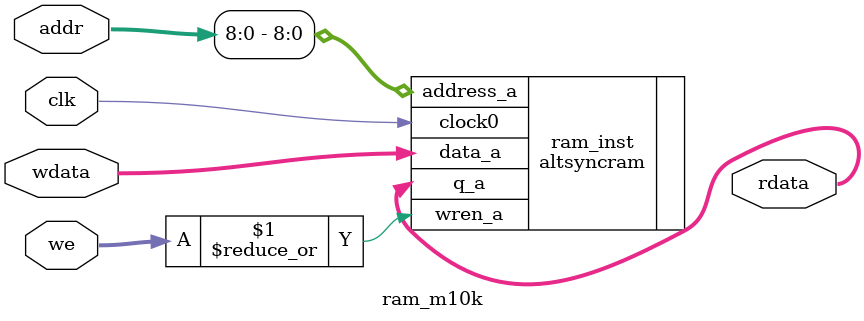
<source format=v>
module ram_m10k #(
    parameter SIZE = 512
)(
    input  wire        clk,
    input  wire [31:0] wdata,
    input  wire  [3:0] we,
    input  wire [31:0] addr,
    output wire [31:0] rdata
);

    altsyncram #(
        .operation_mode("SINGLE_PORT"),
        .width_a(32),
        .widthad_a($clog2(SIZE)),
        .numwords_a(SIZE),
        .outdata_reg_a("UNREGISTERED"),
        .power_up_uninitialized("FALSE"),
        .read_during_write_mode_port_a("DONT_CARE")
    ) ram_inst (
        .clock0(clk),
        .address_a(addr[$clog2(SIZE)-1:0]),
        .data_a(wdata),
        .wren_a(|we),
        .q_a(rdata)
    );

endmodule
</source>
